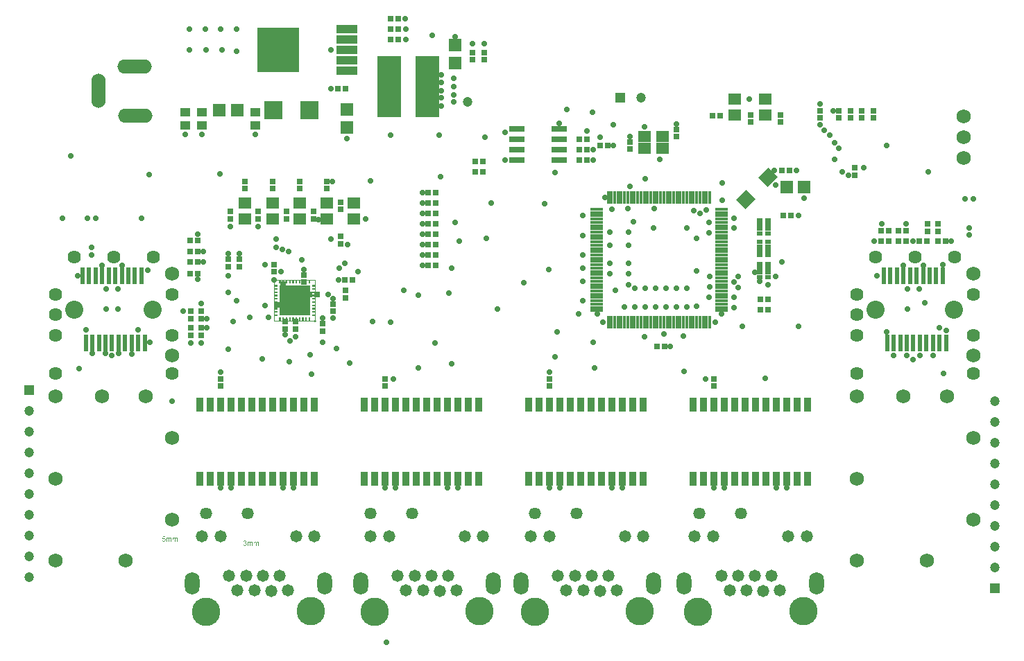
<source format=gts>
G04*
G04 #@! TF.GenerationSoftware,Altium Limited,Altium Designer,20.0.2 (26)*
G04*
G04 Layer_Color=8388736*
%FSLAX25Y25*%
%MOIN*%
G70*
G01*
G75*
%ADD20C,0.00200*%
%ADD41R,0.06300X0.06300*%
%ADD42R,0.06300X0.06300*%
%ADD43R,0.04800X0.04300*%
G04:AMPARAMS|DCode=44|XSize=86.74mil|YSize=86.74mil|CornerRadius=0mil|HoleSize=0mil|Usage=FLASHONLY|Rotation=0.000|XOffset=0mil|YOffset=0mil|HoleType=Round|Shape=RoundedRectangle|*
%AMROUNDEDRECTD44*
21,1,0.08674,0.08674,0,0,0.0*
21,1,0.08674,0.08674,0,0,0.0*
1,1,0.00000,0.04337,-0.04337*
1,1,0.00000,-0.04337,-0.04337*
1,1,0.00000,-0.04337,0.04337*
1,1,0.00000,0.04337,0.04337*
%
%ADD44ROUNDEDRECTD44*%
%ADD45R,0.02370X0.08274*%
%ADD46R,0.02769X0.03162*%
%ADD47R,0.03162X0.02769*%
%ADD48R,0.05900X0.05500*%
G04:AMPARAMS|DCode=49|XSize=67.06mil|YSize=63.12mil|CornerRadius=0mil|HoleSize=0mil|Usage=FLASHONLY|Rotation=225.000|XOffset=0mil|YOffset=0mil|HoleType=Round|Shape=Rectangle|*
%AMROTATEDRECTD49*
4,1,4,0.00139,0.04602,0.04602,0.00139,-0.00139,-0.04602,-0.04602,-0.00139,0.00139,0.04602,0.0*
%
%ADD49ROTATEDRECTD49*%

%ADD50R,0.02965X0.02400*%
%ADD51R,0.02965X0.02000*%
%ADD52R,0.03792X0.06942*%
%ADD53R,0.07500X0.02800*%
%ADD54R,0.01187X0.06148*%
%ADD55R,0.06148X0.01187*%
%ADD56R,0.06312X0.05524*%
%ADD57C,0.04737*%
%ADD58R,0.11233X0.29540*%
%ADD59R,0.10249X0.03950*%
%ADD60R,0.20485X0.21666*%
%ADD61R,0.04737X0.04737*%
%ADD62C,0.06800*%
%ADD63C,0.06890*%
%ADD64C,0.06394*%
%ADD65O,0.16548X0.06706*%
%ADD66O,0.06706X0.16548*%
%ADD67C,0.13674*%
%ADD68O,0.07099X0.10800*%
%ADD69C,0.05800*%
%ADD70C,0.05737*%
%ADD71R,0.04737X0.04737*%
%ADD72C,0.02769*%
%ADD73C,0.08674*%
G36*
X140480Y180268D02*
X139693D01*
Y181843D01*
X140480D01*
Y180268D01*
D02*
G37*
G36*
X138906D02*
X138118D01*
Y181843D01*
X138906D01*
Y180268D01*
D02*
G37*
G36*
X137331D02*
X136543D01*
Y181843D01*
X137331D01*
Y180268D01*
D02*
G37*
G36*
X135756D02*
X134968D01*
Y181843D01*
X135756D01*
Y180268D01*
D02*
G37*
G36*
X134181D02*
X133394D01*
Y181843D01*
X134181D01*
Y180268D01*
D02*
G37*
G36*
X132606D02*
X131819D01*
Y181843D01*
X132606D01*
Y180268D01*
D02*
G37*
G36*
X131032D02*
X130244D01*
Y181843D01*
X131032D01*
Y180268D01*
D02*
G37*
G36*
X129457D02*
X128669D01*
Y181843D01*
X129457D01*
Y180268D01*
D02*
G37*
G36*
X127882D02*
X127094D01*
Y181843D01*
X127882D01*
Y180268D01*
D02*
G37*
G36*
X126307D02*
X125520D01*
Y181843D01*
X126307D01*
Y180268D01*
D02*
G37*
G36*
X142842Y178693D02*
X141268D01*
Y179480D01*
X142842D01*
Y178693D01*
D02*
G37*
G36*
X124732D02*
X123158D01*
Y179480D01*
X124732D01*
Y178693D01*
D02*
G37*
G36*
X142842Y177118D02*
X141268D01*
Y177905D01*
X142842D01*
Y177118D01*
D02*
G37*
G36*
X124732D02*
X123158D01*
Y177905D01*
X124732D01*
Y177118D01*
D02*
G37*
G36*
X142842Y175543D02*
X141268D01*
Y176331D01*
X142842D01*
Y175543D01*
D02*
G37*
G36*
X124732D02*
X123158D01*
Y176331D01*
X124732D01*
Y175543D01*
D02*
G37*
G36*
X142842Y173969D02*
X141268D01*
Y174756D01*
X142842D01*
Y173969D01*
D02*
G37*
G36*
X124732D02*
X123158D01*
Y174756D01*
X124732D01*
Y173969D01*
D02*
G37*
G36*
X142842Y172394D02*
X141268D01*
Y173181D01*
X142842D01*
Y172394D01*
D02*
G37*
G36*
X124732D02*
X123158D01*
Y173181D01*
X124732D01*
Y172394D01*
D02*
G37*
G36*
X142842Y170819D02*
X141268D01*
Y171606D01*
X142842D01*
Y170819D01*
D02*
G37*
G36*
X124732D02*
X123158D01*
Y171606D01*
X124732D01*
Y170819D01*
D02*
G37*
G36*
X142842Y169244D02*
X141268D01*
Y170031D01*
X142842D01*
Y169244D01*
D02*
G37*
G36*
X124732D02*
X123158D01*
Y170031D01*
X124732D01*
Y169244D01*
D02*
G37*
G36*
X142842Y167669D02*
X141268D01*
Y168457D01*
X142842D01*
Y167669D01*
D02*
G37*
G36*
X124732D02*
X123158D01*
Y168457D01*
X124732D01*
Y167669D01*
D02*
G37*
G36*
X142842Y166095D02*
X141268D01*
Y166882D01*
X142842D01*
Y166095D01*
D02*
G37*
G36*
X124732D02*
X123158D01*
Y166882D01*
X124732D01*
Y166095D01*
D02*
G37*
G36*
X140284Y164716D02*
X125716D01*
Y179283D01*
X140284D01*
Y164716D01*
D02*
G37*
G36*
X142842Y164520D02*
X141268D01*
Y165307D01*
X142842D01*
Y164520D01*
D02*
G37*
G36*
X124732D02*
X123158D01*
Y165307D01*
X124732D01*
Y164520D01*
D02*
G37*
G36*
X140480Y162157D02*
X139693D01*
Y163732D01*
X140480D01*
Y162157D01*
D02*
G37*
G36*
X138906D02*
X138118D01*
Y163732D01*
X138906D01*
Y162157D01*
D02*
G37*
G36*
X137331D02*
X136543D01*
Y163732D01*
X137331D01*
Y162157D01*
D02*
G37*
G36*
X135756D02*
X134968D01*
Y163732D01*
X135756D01*
Y162157D01*
D02*
G37*
G36*
X134181D02*
X133394D01*
Y163732D01*
X134181D01*
Y162157D01*
D02*
G37*
G36*
X132606D02*
X131819D01*
Y163732D01*
X132606D01*
Y162157D01*
D02*
G37*
G36*
X131032D02*
X130244D01*
Y163732D01*
X131032D01*
Y162157D01*
D02*
G37*
G36*
X129457D02*
X128669D01*
Y163732D01*
X129457D01*
Y162157D01*
D02*
G37*
G36*
X127882D02*
X127094D01*
Y163732D01*
X127882D01*
Y162157D01*
D02*
G37*
G36*
X126307D02*
X125520D01*
Y163732D01*
X126307D01*
Y162157D01*
D02*
G37*
G36*
X143314Y162353D02*
X143314Y161961D01*
X143176Y161823D01*
X143038Y161685D01*
X142646Y161685D01*
X142370Y161961D01*
X142369Y162353D01*
X142508Y162491D01*
X142646Y162629D01*
X143037Y162629D01*
X143314Y162353D01*
D02*
G37*
G36*
X76221Y57864D02*
X76247D01*
X76272Y57860D01*
X76334Y57849D01*
X76400Y57831D01*
X76469Y57802D01*
X76538Y57765D01*
X76596Y57714D01*
X76604Y57707D01*
X76618Y57685D01*
X76644Y57653D01*
X76655Y57627D01*
X76669Y57602D01*
X76684Y57569D01*
X76695Y57536D01*
X76709Y57500D01*
X76720Y57456D01*
X76727Y57412D01*
X76735Y57361D01*
X76742Y57310D01*
Y57252D01*
Y56000D01*
X76433D01*
Y57147D01*
Y57150D01*
Y57154D01*
Y57176D01*
Y57209D01*
X76429Y57249D01*
X76425Y57292D01*
X76422Y57336D01*
X76414Y57380D01*
X76403Y57412D01*
Y57416D01*
X76396Y57427D01*
X76389Y57441D01*
X76378Y57460D01*
X76363Y57481D01*
X76345Y57503D01*
X76323Y57525D01*
X76294Y57547D01*
X76291Y57551D01*
X76280Y57554D01*
X76265Y57562D01*
X76240Y57573D01*
X76214Y57583D01*
X76181Y57591D01*
X76149Y57594D01*
X76109Y57598D01*
X76090D01*
X76076Y57594D01*
X76039Y57591D01*
X75996Y57583D01*
X75945Y57565D01*
X75890Y57543D01*
X75836Y57511D01*
X75785Y57467D01*
X75781Y57460D01*
X75766Y57441D01*
X75745Y57412D01*
X75723Y57369D01*
X75697Y57310D01*
X75679Y57241D01*
X75665Y57157D01*
X75657Y57059D01*
Y56000D01*
X75348D01*
Y57183D01*
Y57187D01*
Y57194D01*
Y57201D01*
Y57216D01*
X75344Y57256D01*
X75337Y57300D01*
X75330Y57350D01*
X75315Y57401D01*
X75297Y57449D01*
X75271Y57492D01*
X75268Y57496D01*
X75257Y57511D01*
X75239Y57525D01*
X75213Y57547D01*
X75180Y57565D01*
X75137Y57583D01*
X75086Y57594D01*
X75024Y57598D01*
X75002D01*
X74976Y57594D01*
X74947Y57591D01*
X74911Y57580D01*
X74867Y57569D01*
X74827Y57551D01*
X74784Y57529D01*
X74780Y57525D01*
X74765Y57514D01*
X74747Y57500D01*
X74722Y57478D01*
X74696Y57449D01*
X74671Y57412D01*
X74645Y57372D01*
X74623Y57325D01*
X74620Y57318D01*
X74616Y57300D01*
X74609Y57270D01*
X74598Y57230D01*
X74587Y57176D01*
X74580Y57110D01*
X74576Y57034D01*
X74572Y56946D01*
Y56000D01*
X74263D01*
Y57827D01*
X74540D01*
Y57565D01*
X74543Y57573D01*
X74554Y57587D01*
X74576Y57613D01*
X74602Y57642D01*
X74634Y57678D01*
X74674Y57714D01*
X74718Y57751D01*
X74769Y57784D01*
X74776Y57787D01*
X74795Y57798D01*
X74824Y57809D01*
X74864Y57827D01*
X74911Y57842D01*
X74966Y57853D01*
X75028Y57864D01*
X75093Y57867D01*
X75126D01*
X75166Y57864D01*
X75209Y57856D01*
X75264Y57845D01*
X75319Y57831D01*
X75373Y57809D01*
X75424Y57780D01*
X75432Y57776D01*
X75446Y57765D01*
X75468Y57747D01*
X75497Y57718D01*
X75526Y57685D01*
X75559Y57645D01*
X75588Y57598D01*
X75610Y57543D01*
X75613Y57547D01*
X75621Y57558D01*
X75632Y57573D01*
X75650Y57594D01*
X75672Y57620D01*
X75697Y57645D01*
X75726Y57674D01*
X75763Y57707D01*
X75803Y57736D01*
X75843Y57765D01*
X75890Y57791D01*
X75941Y57816D01*
X75996Y57838D01*
X76054Y57853D01*
X76112Y57864D01*
X76178Y57867D01*
X76203D01*
X76221Y57864D01*
D02*
G37*
G36*
X73288D02*
X73313D01*
X73339Y57860D01*
X73400Y57849D01*
X73466Y57831D01*
X73535Y57802D01*
X73604Y57765D01*
X73663Y57714D01*
X73670Y57707D01*
X73684Y57685D01*
X73710Y57653D01*
X73721Y57627D01*
X73735Y57602D01*
X73750Y57569D01*
X73761Y57536D01*
X73775Y57500D01*
X73786Y57456D01*
X73794Y57412D01*
X73801Y57361D01*
X73808Y57310D01*
Y57252D01*
Y56000D01*
X73499D01*
Y57147D01*
Y57150D01*
Y57154D01*
Y57176D01*
Y57209D01*
X73495Y57249D01*
X73491Y57292D01*
X73488Y57336D01*
X73480Y57380D01*
X73470Y57412D01*
Y57416D01*
X73462Y57427D01*
X73455Y57441D01*
X73444Y57460D01*
X73430Y57481D01*
X73411Y57503D01*
X73390Y57525D01*
X73360Y57547D01*
X73357Y57551D01*
X73346Y57554D01*
X73331Y57562D01*
X73306Y57573D01*
X73280Y57583D01*
X73247Y57591D01*
X73215Y57594D01*
X73175Y57598D01*
X73156D01*
X73142Y57594D01*
X73106Y57591D01*
X73062Y57583D01*
X73011Y57565D01*
X72956Y57543D01*
X72902Y57511D01*
X72851Y57467D01*
X72847Y57460D01*
X72833Y57441D01*
X72811Y57412D01*
X72789Y57369D01*
X72763Y57310D01*
X72745Y57241D01*
X72731Y57157D01*
X72723Y57059D01*
Y56000D01*
X72414D01*
Y57183D01*
Y57187D01*
Y57194D01*
Y57201D01*
Y57216D01*
X72410Y57256D01*
X72403Y57300D01*
X72396Y57350D01*
X72381Y57401D01*
X72363Y57449D01*
X72338Y57492D01*
X72334Y57496D01*
X72323Y57511D01*
X72305Y57525D01*
X72279Y57547D01*
X72246Y57565D01*
X72203Y57583D01*
X72152Y57594D01*
X72090Y57598D01*
X72068D01*
X72043Y57594D01*
X72014Y57591D01*
X71977Y57580D01*
X71934Y57569D01*
X71893Y57551D01*
X71850Y57529D01*
X71846Y57525D01*
X71832Y57514D01*
X71813Y57500D01*
X71788Y57478D01*
X71762Y57449D01*
X71737Y57412D01*
X71711Y57372D01*
X71690Y57325D01*
X71686Y57318D01*
X71682Y57300D01*
X71675Y57270D01*
X71664Y57230D01*
X71653Y57176D01*
X71646Y57110D01*
X71642Y57034D01*
X71639Y56946D01*
Y56000D01*
X71329D01*
Y57827D01*
X71606D01*
Y57565D01*
X71609Y57573D01*
X71620Y57587D01*
X71642Y57613D01*
X71668Y57642D01*
X71701Y57678D01*
X71741Y57714D01*
X71784Y57751D01*
X71835Y57784D01*
X71842Y57787D01*
X71861Y57798D01*
X71890Y57809D01*
X71930Y57827D01*
X71977Y57842D01*
X72032Y57853D01*
X72094Y57864D01*
X72159Y57867D01*
X72192D01*
X72232Y57864D01*
X72276Y57856D01*
X72330Y57845D01*
X72385Y57831D01*
X72439Y57809D01*
X72490Y57780D01*
X72498Y57776D01*
X72512Y57765D01*
X72534Y57747D01*
X72563Y57718D01*
X72592Y57685D01*
X72625Y57645D01*
X72654Y57598D01*
X72676Y57543D01*
X72680Y57547D01*
X72687Y57558D01*
X72698Y57573D01*
X72716Y57594D01*
X72738Y57620D01*
X72763Y57645D01*
X72793Y57674D01*
X72829Y57707D01*
X72869Y57736D01*
X72909Y57765D01*
X72956Y57791D01*
X73007Y57816D01*
X73062Y57838D01*
X73120Y57853D01*
X73178Y57864D01*
X73244Y57867D01*
X73269D01*
X73288Y57864D01*
D02*
G37*
G36*
X70838Y58191D02*
X69830D01*
X69695Y57511D01*
X69699Y57514D01*
X69706Y57518D01*
X69717Y57525D01*
X69735Y57536D01*
X69757Y57547D01*
X69782Y57562D01*
X69841Y57591D01*
X69913Y57620D01*
X69993Y57645D01*
X70081Y57664D01*
X70124Y57671D01*
X70205D01*
X70226Y57667D01*
X70255Y57664D01*
X70288Y57660D01*
X70325Y57653D01*
X70365Y57642D01*
X70452Y57616D01*
X70499Y57598D01*
X70547Y57573D01*
X70594Y57547D01*
X70641Y57518D01*
X70685Y57481D01*
X70729Y57441D01*
X70732Y57438D01*
X70740Y57430D01*
X70750Y57420D01*
X70765Y57401D01*
X70783Y57376D01*
X70801Y57350D01*
X70823Y57318D01*
X70845Y57281D01*
X70863Y57241D01*
X70885Y57198D01*
X70903Y57147D01*
X70922Y57096D01*
X70936Y57041D01*
X70947Y56979D01*
X70954Y56917D01*
X70958Y56852D01*
Y56848D01*
Y56837D01*
Y56819D01*
X70954Y56793D01*
X70951Y56764D01*
X70947Y56732D01*
X70940Y56692D01*
X70933Y56652D01*
X70911Y56557D01*
X70874Y56459D01*
X70852Y56408D01*
X70823Y56360D01*
X70794Y56309D01*
X70758Y56262D01*
X70754Y56258D01*
X70747Y56248D01*
X70732Y56233D01*
X70714Y56215D01*
X70689Y56193D01*
X70660Y56164D01*
X70623Y56138D01*
X70583Y56109D01*
X70539Y56080D01*
X70488Y56055D01*
X70434Y56029D01*
X70376Y56004D01*
X70314Y55985D01*
X70244Y55971D01*
X70172Y55960D01*
X70095Y55956D01*
X70063D01*
X70037Y55960D01*
X70008Y55964D01*
X69975Y55967D01*
X69935Y55971D01*
X69895Y55982D01*
X69804Y56004D01*
X69713Y56036D01*
X69666Y56058D01*
X69618Y56084D01*
X69575Y56113D01*
X69531Y56146D01*
X69527Y56149D01*
X69520Y56153D01*
X69513Y56167D01*
X69498Y56182D01*
X69480Y56200D01*
X69462Y56222D01*
X69440Y56251D01*
X69422Y56284D01*
X69400Y56317D01*
X69378Y56357D01*
X69338Y56444D01*
X69305Y56546D01*
X69295Y56601D01*
X69287Y56659D01*
X69611Y56684D01*
Y56681D01*
Y56673D01*
X69615Y56662D01*
X69618Y56644D01*
X69629Y56604D01*
X69644Y56550D01*
X69666Y56495D01*
X69695Y56433D01*
X69731Y56379D01*
X69775Y56328D01*
X69782Y56324D01*
X69797Y56309D01*
X69826Y56291D01*
X69866Y56269D01*
X69910Y56248D01*
X69964Y56229D01*
X70026Y56215D01*
X70095Y56211D01*
X70117D01*
X70132Y56215D01*
X70175Y56218D01*
X70226Y56233D01*
X70288Y56251D01*
X70350Y56280D01*
X70416Y56324D01*
X70445Y56349D01*
X70474Y56379D01*
X70477Y56382D01*
X70481Y56386D01*
X70488Y56397D01*
X70499Y56408D01*
X70525Y56448D01*
X70554Y56499D01*
X70579Y56561D01*
X70605Y56637D01*
X70623Y56728D01*
X70630Y56775D01*
Y56826D01*
Y56830D01*
Y56837D01*
Y56852D01*
X70627Y56870D01*
Y56892D01*
X70623Y56917D01*
X70612Y56976D01*
X70594Y57045D01*
X70569Y57114D01*
X70532Y57179D01*
X70481Y57241D01*
Y57245D01*
X70474Y57249D01*
X70456Y57267D01*
X70423Y57292D01*
X70379Y57321D01*
X70321Y57347D01*
X70255Y57372D01*
X70179Y57390D01*
X70135Y57398D01*
X70066D01*
X70037Y57394D01*
X70001Y57390D01*
X69957Y57380D01*
X69913Y57369D01*
X69866Y57350D01*
X69819Y57329D01*
X69815Y57325D01*
X69800Y57318D01*
X69779Y57300D01*
X69749Y57281D01*
X69720Y57256D01*
X69691Y57223D01*
X69658Y57190D01*
X69633Y57150D01*
X69342Y57190D01*
X69586Y58486D01*
X70838D01*
Y58191D01*
D02*
G37*
G36*
X115218Y55864D02*
X115243D01*
X115269Y55860D01*
X115331Y55849D01*
X115396Y55831D01*
X115465Y55802D01*
X115534Y55765D01*
X115593Y55714D01*
X115600Y55707D01*
X115614Y55685D01*
X115640Y55653D01*
X115651Y55627D01*
X115665Y55602D01*
X115680Y55569D01*
X115691Y55536D01*
X115706Y55500D01*
X115716Y55456D01*
X115724Y55412D01*
X115731Y55361D01*
X115738Y55310D01*
Y55252D01*
Y54000D01*
X115429D01*
Y55147D01*
Y55150D01*
Y55154D01*
Y55176D01*
Y55208D01*
X115425Y55248D01*
X115422Y55292D01*
X115418Y55336D01*
X115411Y55380D01*
X115400Y55412D01*
Y55416D01*
X115392Y55427D01*
X115385Y55441D01*
X115374Y55460D01*
X115360Y55481D01*
X115341Y55503D01*
X115320Y55525D01*
X115291Y55547D01*
X115287Y55551D01*
X115276Y55554D01*
X115261Y55562D01*
X115236Y55572D01*
X115210Y55583D01*
X115178Y55591D01*
X115145Y55594D01*
X115105Y55598D01*
X115087D01*
X115072Y55594D01*
X115036Y55591D01*
X114992Y55583D01*
X114941Y55565D01*
X114886Y55543D01*
X114832Y55511D01*
X114781Y55467D01*
X114777Y55460D01*
X114763Y55441D01*
X114741Y55412D01*
X114719Y55369D01*
X114694Y55310D01*
X114675Y55241D01*
X114661Y55158D01*
X114654Y55059D01*
Y54000D01*
X114344D01*
Y55183D01*
Y55187D01*
Y55194D01*
Y55201D01*
Y55216D01*
X114340Y55256D01*
X114333Y55300D01*
X114326Y55350D01*
X114311Y55401D01*
X114293Y55449D01*
X114268Y55492D01*
X114264Y55496D01*
X114253Y55511D01*
X114235Y55525D01*
X114209Y55547D01*
X114177Y55565D01*
X114133Y55583D01*
X114082Y55594D01*
X114020Y55598D01*
X113998D01*
X113973Y55594D01*
X113944Y55591D01*
X113907Y55580D01*
X113864Y55569D01*
X113824Y55551D01*
X113780Y55529D01*
X113776Y55525D01*
X113762Y55514D01*
X113744Y55500D01*
X113718Y55478D01*
X113693Y55449D01*
X113667Y55412D01*
X113642Y55372D01*
X113620Y55325D01*
X113616Y55318D01*
X113612Y55300D01*
X113605Y55270D01*
X113594Y55230D01*
X113583Y55176D01*
X113576Y55110D01*
X113573Y55034D01*
X113569Y54946D01*
Y54000D01*
X113259D01*
Y55827D01*
X113536D01*
Y55565D01*
X113540Y55572D01*
X113551Y55587D01*
X113573Y55612D01*
X113598Y55642D01*
X113631Y55678D01*
X113671Y55714D01*
X113714Y55751D01*
X113765Y55784D01*
X113773Y55787D01*
X113791Y55798D01*
X113820Y55809D01*
X113860Y55827D01*
X113907Y55842D01*
X113962Y55853D01*
X114024Y55864D01*
X114089Y55867D01*
X114122D01*
X114162Y55864D01*
X114206Y55856D01*
X114260Y55845D01*
X114315Y55831D01*
X114370Y55809D01*
X114421Y55780D01*
X114428Y55776D01*
X114442Y55765D01*
X114464Y55747D01*
X114493Y55718D01*
X114523Y55685D01*
X114555Y55645D01*
X114584Y55598D01*
X114606Y55543D01*
X114610Y55547D01*
X114617Y55558D01*
X114628Y55572D01*
X114646Y55594D01*
X114668Y55620D01*
X114694Y55645D01*
X114723Y55674D01*
X114759Y55707D01*
X114799Y55736D01*
X114839Y55765D01*
X114886Y55791D01*
X114937Y55816D01*
X114992Y55838D01*
X115050Y55853D01*
X115109Y55864D01*
X115174Y55867D01*
X115200D01*
X115218Y55864D01*
D02*
G37*
G36*
X112284D02*
X112309D01*
X112335Y55860D01*
X112397Y55849D01*
X112462Y55831D01*
X112531Y55802D01*
X112601Y55765D01*
X112659Y55714D01*
X112666Y55707D01*
X112681Y55685D01*
X112706Y55653D01*
X112717Y55627D01*
X112732Y55602D01*
X112746Y55569D01*
X112757Y55536D01*
X112772Y55500D01*
X112783Y55456D01*
X112790Y55412D01*
X112797Y55361D01*
X112804Y55310D01*
Y55252D01*
Y54000D01*
X112495D01*
Y55147D01*
Y55150D01*
Y55154D01*
Y55176D01*
Y55208D01*
X112491Y55248D01*
X112488Y55292D01*
X112484Y55336D01*
X112477Y55380D01*
X112466Y55412D01*
Y55416D01*
X112459Y55427D01*
X112451Y55441D01*
X112440Y55460D01*
X112426Y55481D01*
X112408Y55503D01*
X112386Y55525D01*
X112357Y55547D01*
X112353Y55551D01*
X112342Y55554D01*
X112328Y55562D01*
X112302Y55572D01*
X112277Y55583D01*
X112244Y55591D01*
X112211Y55594D01*
X112171Y55598D01*
X112153D01*
X112138Y55594D01*
X112102Y55591D01*
X112058Y55583D01*
X112007Y55565D01*
X111953Y55543D01*
X111898Y55511D01*
X111847Y55467D01*
X111844Y55460D01*
X111829Y55441D01*
X111807Y55412D01*
X111785Y55369D01*
X111760Y55310D01*
X111742Y55241D01*
X111727Y55158D01*
X111720Y55059D01*
Y54000D01*
X111410D01*
Y55183D01*
Y55187D01*
Y55194D01*
Y55201D01*
Y55216D01*
X111407Y55256D01*
X111399Y55300D01*
X111392Y55350D01*
X111378Y55401D01*
X111359Y55449D01*
X111334Y55492D01*
X111330Y55496D01*
X111319Y55511D01*
X111301Y55525D01*
X111276Y55547D01*
X111243Y55565D01*
X111199Y55583D01*
X111148Y55594D01*
X111086Y55598D01*
X111065D01*
X111039Y55594D01*
X111010Y55591D01*
X110974Y55580D01*
X110930Y55569D01*
X110890Y55551D01*
X110846Y55529D01*
X110843Y55525D01*
X110828Y55514D01*
X110810Y55500D01*
X110784Y55478D01*
X110759Y55449D01*
X110733Y55412D01*
X110708Y55372D01*
X110686Y55325D01*
X110682Y55318D01*
X110679Y55300D01*
X110671Y55270D01*
X110661Y55230D01*
X110650Y55176D01*
X110642Y55110D01*
X110639Y55034D01*
X110635Y54946D01*
Y54000D01*
X110326D01*
Y55827D01*
X110602D01*
Y55565D01*
X110606Y55572D01*
X110617Y55587D01*
X110639Y55612D01*
X110664Y55642D01*
X110697Y55678D01*
X110737Y55714D01*
X110781Y55751D01*
X110832Y55784D01*
X110839Y55787D01*
X110857Y55798D01*
X110886Y55809D01*
X110926Y55827D01*
X110974Y55842D01*
X111028Y55853D01*
X111090Y55864D01*
X111155Y55867D01*
X111188D01*
X111228Y55864D01*
X111272Y55856D01*
X111327Y55845D01*
X111381Y55831D01*
X111436Y55809D01*
X111487Y55780D01*
X111494Y55776D01*
X111509Y55765D01*
X111530Y55747D01*
X111560Y55718D01*
X111589Y55685D01*
X111621Y55645D01*
X111651Y55598D01*
X111672Y55543D01*
X111676Y55547D01*
X111683Y55558D01*
X111694Y55572D01*
X111712Y55594D01*
X111734Y55620D01*
X111760Y55645D01*
X111789Y55674D01*
X111825Y55707D01*
X111865Y55736D01*
X111905Y55765D01*
X111953Y55791D01*
X112004Y55816D01*
X112058Y55838D01*
X112117Y55853D01*
X112175Y55864D01*
X112240Y55867D01*
X112266D01*
X112284Y55864D01*
D02*
G37*
G36*
X109150Y56526D02*
X109197Y56519D01*
X109255Y56508D01*
X109321Y56490D01*
X109387Y56468D01*
X109452Y56439D01*
X109456D01*
X109459Y56435D01*
X109481Y56424D01*
X109514Y56402D01*
X109550Y56377D01*
X109594Y56340D01*
X109638Y56300D01*
X109681Y56253D01*
X109718Y56199D01*
X109721Y56191D01*
X109732Y56173D01*
X109747Y56140D01*
X109765Y56100D01*
X109783Y56053D01*
X109798Y55998D01*
X109809Y55936D01*
X109812Y55875D01*
Y55867D01*
Y55845D01*
X109809Y55816D01*
X109801Y55776D01*
X109791Y55729D01*
X109772Y55678D01*
X109750Y55627D01*
X109721Y55576D01*
X109718Y55569D01*
X109707Y55554D01*
X109685Y55529D01*
X109656Y55500D01*
X109619Y55467D01*
X109576Y55431D01*
X109525Y55398D01*
X109463Y55365D01*
X109467D01*
X109474Y55361D01*
X109485Y55358D01*
X109499Y55354D01*
X109539Y55339D01*
X109590Y55318D01*
X109649Y55289D01*
X109707Y55252D01*
X109761Y55205D01*
X109812Y55150D01*
X109816Y55143D01*
X109831Y55121D01*
X109852Y55085D01*
X109874Y55037D01*
X109896Y54979D01*
X109918Y54910D01*
X109932Y54830D01*
X109936Y54743D01*
Y54739D01*
Y54728D01*
Y54710D01*
X109932Y54688D01*
X109929Y54659D01*
X109922Y54626D01*
X109914Y54590D01*
X109907Y54550D01*
X109878Y54462D01*
X109856Y54415D01*
X109834Y54371D01*
X109805Y54324D01*
X109772Y54277D01*
X109736Y54229D01*
X109692Y54186D01*
X109689Y54182D01*
X109681Y54175D01*
X109667Y54164D01*
X109649Y54149D01*
X109627Y54131D01*
X109598Y54113D01*
X109565Y54091D01*
X109525Y54073D01*
X109485Y54051D01*
X109437Y54029D01*
X109390Y54011D01*
X109335Y53993D01*
X109277Y53978D01*
X109215Y53967D01*
X109153Y53960D01*
X109084Y53956D01*
X109052D01*
X109030Y53960D01*
X109001Y53964D01*
X108968Y53967D01*
X108932Y53974D01*
X108891Y53982D01*
X108804Y54004D01*
X108713Y54040D01*
X108666Y54062D01*
X108622Y54087D01*
X108578Y54120D01*
X108535Y54153D01*
X108531Y54157D01*
X108524Y54164D01*
X108513Y54175D01*
X108502Y54189D01*
X108484Y54207D01*
X108466Y54233D01*
X108444Y54258D01*
X108422Y54291D01*
X108400Y54328D01*
X108378Y54364D01*
X108338Y54451D01*
X108305Y54553D01*
X108294Y54608D01*
X108287Y54666D01*
X108597Y54706D01*
Y54703D01*
X108600Y54695D01*
X108604Y54681D01*
X108607Y54663D01*
X108611Y54641D01*
X108618Y54615D01*
X108637Y54561D01*
X108662Y54495D01*
X108695Y54433D01*
X108731Y54375D01*
X108775Y54324D01*
X108782Y54320D01*
X108797Y54306D01*
X108826Y54288D01*
X108862Y54269D01*
X108906Y54247D01*
X108961Y54229D01*
X109022Y54215D01*
X109088Y54211D01*
X109110D01*
X109124Y54215D01*
X109164Y54218D01*
X109215Y54229D01*
X109274Y54247D01*
X109335Y54273D01*
X109397Y54309D01*
X109456Y54360D01*
X109463Y54368D01*
X109481Y54390D01*
X109503Y54422D01*
X109532Y54466D01*
X109561Y54520D01*
X109583Y54582D01*
X109601Y54655D01*
X109608Y54735D01*
Y54739D01*
Y54746D01*
Y54757D01*
X109605Y54772D01*
X109601Y54812D01*
X109590Y54859D01*
X109576Y54917D01*
X109550Y54975D01*
X109514Y55034D01*
X109467Y55088D01*
X109459Y55096D01*
X109441Y55110D01*
X109412Y55132D01*
X109372Y55158D01*
X109321Y55183D01*
X109259Y55205D01*
X109190Y55219D01*
X109114Y55227D01*
X109081D01*
X109055Y55223D01*
X109022Y55219D01*
X108986Y55212D01*
X108942Y55205D01*
X108895Y55194D01*
X108932Y55467D01*
X108950D01*
X108964Y55463D01*
X109012D01*
X109052Y55471D01*
X109099Y55478D01*
X109153Y55489D01*
X109215Y55507D01*
X109274Y55532D01*
X109335Y55565D01*
X109339D01*
X109343Y55569D01*
X109361Y55583D01*
X109387Y55609D01*
X109416Y55642D01*
X109445Y55689D01*
X109470Y55744D01*
X109488Y55805D01*
X109496Y55842D01*
Y55882D01*
Y55885D01*
Y55889D01*
Y55911D01*
X109488Y55940D01*
X109481Y55980D01*
X109467Y56024D01*
X109448Y56071D01*
X109419Y56119D01*
X109379Y56162D01*
X109376Y56166D01*
X109357Y56180D01*
X109332Y56199D01*
X109299Y56220D01*
X109255Y56239D01*
X109204Y56257D01*
X109146Y56271D01*
X109081Y56275D01*
X109052D01*
X109019Y56268D01*
X108975Y56260D01*
X108928Y56246D01*
X108880Y56228D01*
X108830Y56199D01*
X108782Y56162D01*
X108779Y56159D01*
X108764Y56140D01*
X108742Y56115D01*
X108717Y56078D01*
X108691Y56031D01*
X108666Y55973D01*
X108644Y55904D01*
X108629Y55824D01*
X108320Y55878D01*
Y55882D01*
X108324Y55893D01*
X108327Y55907D01*
X108331Y55929D01*
X108338Y55955D01*
X108349Y55984D01*
X108371Y56053D01*
X108407Y56133D01*
X108451Y56213D01*
X108506Y56290D01*
X108575Y56359D01*
X108578Y56362D01*
X108586Y56366D01*
X108597Y56373D01*
X108611Y56384D01*
X108629Y56399D01*
X108655Y56413D01*
X108680Y56428D01*
X108713Y56446D01*
X108786Y56475D01*
X108870Y56504D01*
X108968Y56523D01*
X109019Y56530D01*
X109110D01*
X109150Y56526D01*
D02*
G37*
D20*
X142842Y162157D02*
Y181843D01*
X123158D02*
X142842D01*
X123158Y162157D02*
Y181843D01*
Y162157D02*
X142842D01*
D41*
X158000Y263750D02*
D03*
Y255250D02*
D03*
X210000Y286250D02*
D03*
Y294750D02*
D03*
D42*
X96750Y263500D02*
D03*
X105250D02*
D03*
X377750Y226500D02*
D03*
X369250D02*
D03*
D43*
X80500Y262650D02*
D03*
Y256350D02*
D03*
X114000Y262650D02*
D03*
Y256350D02*
D03*
X88500Y262650D02*
D03*
Y256350D02*
D03*
D44*
X140161Y263500D02*
D03*
X122839D02*
D03*
D45*
X416040Y183825D02*
D03*
X419190D02*
D03*
X422340D02*
D03*
X425490D02*
D03*
X428638D02*
D03*
X431787D02*
D03*
X434937D02*
D03*
X438087D02*
D03*
X441236D02*
D03*
X444386D02*
D03*
X445960Y151545D02*
D03*
X442810D02*
D03*
X439660D02*
D03*
X436510D02*
D03*
X433362D02*
D03*
X430213D02*
D03*
X427063D02*
D03*
X423913D02*
D03*
X420764D02*
D03*
X417614D02*
D03*
X32614D02*
D03*
X35764D02*
D03*
X38913D02*
D03*
X42063D02*
D03*
X45213D02*
D03*
X48362D02*
D03*
X51510D02*
D03*
X54660D02*
D03*
X57810D02*
D03*
X60960D02*
D03*
X59386Y183825D02*
D03*
X56236D02*
D03*
X53087D02*
D03*
X49937D02*
D03*
X46787D02*
D03*
X43638D02*
D03*
X40490D02*
D03*
X37340D02*
D03*
X34190D02*
D03*
X31040D02*
D03*
D46*
X157272Y274000D02*
D03*
X153728D02*
D03*
X124728Y170000D02*
D03*
X128272D02*
D03*
X143772Y175000D02*
D03*
X140228D02*
D03*
X179228Y297500D02*
D03*
X182772D02*
D03*
Y302500D02*
D03*
X179228D02*
D03*
X337272Y261000D02*
D03*
X333728D02*
D03*
X367228Y234500D02*
D03*
X370772D02*
D03*
X273272Y249500D02*
D03*
X269728D02*
D03*
X197228Y214000D02*
D03*
X200772D02*
D03*
X157228Y182000D02*
D03*
X160772D02*
D03*
X197228Y219000D02*
D03*
X200772D02*
D03*
X197228Y224000D02*
D03*
X200772D02*
D03*
X197228Y209000D02*
D03*
X200772D02*
D03*
X307228Y150000D02*
D03*
X310772D02*
D03*
X367728Y213000D02*
D03*
X371272D02*
D03*
X197228Y204000D02*
D03*
X200772D02*
D03*
X197228Y199000D02*
D03*
X200772D02*
D03*
X197228Y189000D02*
D03*
X200772D02*
D03*
X86272Y185000D02*
D03*
X82728D02*
D03*
Y190500D02*
D03*
X86272D02*
D03*
X82728Y195500D02*
D03*
X86272D02*
D03*
Y201000D02*
D03*
X82728D02*
D03*
X273272Y239500D02*
D03*
X269728D02*
D03*
X273272Y244500D02*
D03*
X269728D02*
D03*
X283272Y246500D02*
D03*
X279728D02*
D03*
X219728Y234000D02*
D03*
X223272D02*
D03*
X219728Y239000D02*
D03*
X223272D02*
D03*
X197228Y194000D02*
D03*
X200772D02*
D03*
X182772Y307500D02*
D03*
X179228D02*
D03*
X360272Y172500D02*
D03*
X356728D02*
D03*
X360272Y167500D02*
D03*
X356728D02*
D03*
X418272Y205500D02*
D03*
X414728D02*
D03*
Y200500D02*
D03*
X418272D02*
D03*
X426772D02*
D03*
X423228D02*
D03*
Y205500D02*
D03*
X426772D02*
D03*
X433228Y200500D02*
D03*
X436772D02*
D03*
X445772D02*
D03*
X442228D02*
D03*
D47*
X127500Y179772D02*
D03*
Y176228D02*
D03*
X224000Y287728D02*
D03*
Y291272D02*
D03*
X218500Y287728D02*
D03*
Y291272D02*
D03*
X352000Y261272D02*
D03*
Y257728D02*
D03*
X366500D02*
D03*
Y261272D02*
D03*
X385500Y259728D02*
D03*
Y263272D02*
D03*
X394500Y259728D02*
D03*
Y263272D02*
D03*
X400000Y259728D02*
D03*
Y263272D02*
D03*
X405500Y259728D02*
D03*
Y263272D02*
D03*
X411000Y259728D02*
D03*
Y263272D02*
D03*
X402000Y232228D02*
D03*
Y235772D02*
D03*
X97500Y130728D02*
D03*
Y134272D02*
D03*
X176500Y130728D02*
D03*
Y134272D02*
D03*
X255500Y130728D02*
D03*
Y134272D02*
D03*
X334500Y130728D02*
D03*
Y134272D02*
D03*
X102000Y214772D02*
D03*
Y211228D02*
D03*
X122500Y229272D02*
D03*
Y225728D02*
D03*
X129000Y214772D02*
D03*
Y211228D02*
D03*
X148500Y229272D02*
D03*
Y225728D02*
D03*
X151500Y170272D02*
D03*
Y166728D02*
D03*
X137500Y184272D02*
D03*
Y180728D02*
D03*
X128500Y158228D02*
D03*
Y161772D02*
D03*
X123000Y185728D02*
D03*
Y189272D02*
D03*
X155000Y215728D02*
D03*
Y219272D02*
D03*
X142000Y214772D02*
D03*
Y211228D02*
D03*
X135500Y229272D02*
D03*
Y225728D02*
D03*
X115500Y214772D02*
D03*
Y211228D02*
D03*
X109000Y229272D02*
D03*
Y225728D02*
D03*
X101000Y191772D02*
D03*
Y188228D02*
D03*
X106500Y191772D02*
D03*
Y188228D02*
D03*
X155000Y202772D02*
D03*
Y199228D02*
D03*
X88000Y158772D02*
D03*
Y155228D02*
D03*
X83000D02*
D03*
Y158772D02*
D03*
Y166772D02*
D03*
Y163228D02*
D03*
X88000D02*
D03*
Y166772D02*
D03*
X294000Y244728D02*
D03*
Y248272D02*
D03*
X316500Y250728D02*
D03*
Y254272D02*
D03*
X157500Y173228D02*
D03*
Y176772D02*
D03*
X146500Y160772D02*
D03*
Y157228D02*
D03*
X133500Y158228D02*
D03*
Y161772D02*
D03*
X437000Y205228D02*
D03*
Y208772D02*
D03*
X442000Y205228D02*
D03*
Y208772D02*
D03*
D48*
X344500Y261063D02*
D03*
Y268937D02*
D03*
X359000Y261063D02*
D03*
Y268937D02*
D03*
X109000Y211063D02*
D03*
Y218937D02*
D03*
X122500Y211063D02*
D03*
Y218937D02*
D03*
X135500Y211063D02*
D03*
Y218937D02*
D03*
X148500Y211063D02*
D03*
Y218937D02*
D03*
X161500Y211063D02*
D03*
Y218937D02*
D03*
D49*
X349685Y220685D02*
D03*
X360315Y231315D02*
D03*
D50*
X360567Y204350D02*
D03*
Y210650D02*
D03*
X356433D02*
D03*
Y204350D02*
D03*
X360567Y193850D02*
D03*
Y200150D02*
D03*
X356433D02*
D03*
Y193850D02*
D03*
X360567Y183350D02*
D03*
Y189650D02*
D03*
X356433D02*
D03*
Y183350D02*
D03*
D51*
X360567Y206516D02*
D03*
Y208484D02*
D03*
X356433D02*
D03*
Y206516D02*
D03*
X360567Y196016D02*
D03*
Y197984D02*
D03*
X356433D02*
D03*
Y196016D02*
D03*
X360567Y185516D02*
D03*
Y187484D02*
D03*
X356433D02*
D03*
Y185516D02*
D03*
D52*
X379500Y121815D02*
D03*
X374500D02*
D03*
X379500Y86185D02*
D03*
X369500Y121815D02*
D03*
X364500D02*
D03*
X349500D02*
D03*
X354500D02*
D03*
X359500D02*
D03*
X334500D02*
D03*
X339500D02*
D03*
X344500D02*
D03*
X324500D02*
D03*
X329500D02*
D03*
X374500Y86185D02*
D03*
X369500D02*
D03*
X364500D02*
D03*
X359500D02*
D03*
X354500D02*
D03*
X349500D02*
D03*
X344500D02*
D03*
X339500D02*
D03*
X334500D02*
D03*
X329500D02*
D03*
X324500D02*
D03*
X221500Y121815D02*
D03*
X216500D02*
D03*
X221500Y86185D02*
D03*
X211500Y121815D02*
D03*
X206500D02*
D03*
X191500D02*
D03*
X196500D02*
D03*
X201500D02*
D03*
X176500D02*
D03*
X181500D02*
D03*
X186500D02*
D03*
X166500D02*
D03*
X171500D02*
D03*
X216500Y86185D02*
D03*
X211500D02*
D03*
X206500D02*
D03*
X201500D02*
D03*
X196500D02*
D03*
X191500D02*
D03*
X186500D02*
D03*
X181500D02*
D03*
X176500D02*
D03*
X171500D02*
D03*
X166500D02*
D03*
X142500Y121815D02*
D03*
X137500D02*
D03*
X142500Y86185D02*
D03*
X132500Y121815D02*
D03*
X127500D02*
D03*
X112500D02*
D03*
X117500D02*
D03*
X122500D02*
D03*
X97500D02*
D03*
X102500D02*
D03*
X107500D02*
D03*
X87500D02*
D03*
X92500D02*
D03*
X137500Y86185D02*
D03*
X132500D02*
D03*
X127500D02*
D03*
X122500D02*
D03*
X117500D02*
D03*
X112500D02*
D03*
X107500D02*
D03*
X102500D02*
D03*
X97500D02*
D03*
X92500D02*
D03*
X87500D02*
D03*
X300500Y121815D02*
D03*
X295500D02*
D03*
X300500Y86185D02*
D03*
X290500Y121815D02*
D03*
X285500D02*
D03*
X270500D02*
D03*
X275500D02*
D03*
X280500D02*
D03*
X255500D02*
D03*
X260500D02*
D03*
X265500D02*
D03*
X245500D02*
D03*
X250500D02*
D03*
X295500Y86185D02*
D03*
X290500D02*
D03*
X285500D02*
D03*
X280500D02*
D03*
X275500D02*
D03*
X270500D02*
D03*
X265500D02*
D03*
X260500D02*
D03*
X255500D02*
D03*
X250500D02*
D03*
X245500D02*
D03*
D53*
X260236Y254500D02*
D03*
Y249500D02*
D03*
Y244500D02*
D03*
Y239500D02*
D03*
X239764D02*
D03*
Y244500D02*
D03*
Y249500D02*
D03*
Y254500D02*
D03*
D54*
X283591Y161461D02*
D03*
X285165Y161461D02*
D03*
X286740Y161461D02*
D03*
X288315Y161461D02*
D03*
X289890Y161461D02*
D03*
X291465Y161461D02*
D03*
X293039Y161461D02*
D03*
X294614Y161461D02*
D03*
X296189Y161461D02*
D03*
X297764D02*
D03*
X299339D02*
D03*
X300914D02*
D03*
X302488D02*
D03*
X304063D02*
D03*
X305638D02*
D03*
X307213D02*
D03*
X308787D02*
D03*
X310362D02*
D03*
X311937D02*
D03*
X313512D02*
D03*
X315087D02*
D03*
X316661D02*
D03*
X318236D02*
D03*
X319811D02*
D03*
X321386Y161461D02*
D03*
X322961Y161461D02*
D03*
X324535Y161461D02*
D03*
X326110Y161461D02*
D03*
X327685Y161461D02*
D03*
X329260Y161461D02*
D03*
X330835Y161461D02*
D03*
X332409Y161461D02*
D03*
Y221539D02*
D03*
X330835Y221539D02*
D03*
X329260Y221539D02*
D03*
X327685Y221539D02*
D03*
X326110Y221539D02*
D03*
X324535Y221539D02*
D03*
X322961Y221539D02*
D03*
X321386Y221539D02*
D03*
X319811Y221539D02*
D03*
X318236D02*
D03*
X316661D02*
D03*
X315087D02*
D03*
X313512D02*
D03*
X311937D02*
D03*
X310362D02*
D03*
X308787D02*
D03*
X307213D02*
D03*
X305638D02*
D03*
X304063D02*
D03*
X302488D02*
D03*
X300914D02*
D03*
X299339D02*
D03*
X297764D02*
D03*
X296189D02*
D03*
X294614Y221539D02*
D03*
X293039Y221539D02*
D03*
X291465Y221539D02*
D03*
X289890Y221539D02*
D03*
X288315Y221539D02*
D03*
X286740Y221539D02*
D03*
X285165Y221539D02*
D03*
X283591Y221539D02*
D03*
D55*
X338039Y167091D02*
D03*
X338039Y168665D02*
D03*
X338039Y170240D02*
D03*
X338039Y171815D02*
D03*
X338039Y173390D02*
D03*
X338039Y174965D02*
D03*
X338039Y176539D02*
D03*
X338039Y178114D02*
D03*
X338039Y179689D02*
D03*
Y181264D02*
D03*
Y182839D02*
D03*
Y184414D02*
D03*
Y185988D02*
D03*
Y187563D02*
D03*
Y189138D02*
D03*
Y190713D02*
D03*
Y192287D02*
D03*
Y193862D02*
D03*
Y195437D02*
D03*
Y197012D02*
D03*
Y198587D02*
D03*
Y200161D02*
D03*
Y201736D02*
D03*
Y203311D02*
D03*
X338039Y204886D02*
D03*
X338039Y206461D02*
D03*
X338039Y208035D02*
D03*
X338039Y209610D02*
D03*
X338039Y211185D02*
D03*
X338039Y212760D02*
D03*
X338039Y214335D02*
D03*
X338039Y215909D02*
D03*
X277961D02*
D03*
X277961Y214335D02*
D03*
X277961Y212760D02*
D03*
X277961Y211185D02*
D03*
X277961Y209610D02*
D03*
X277961Y208035D02*
D03*
X277961Y206461D02*
D03*
X277961Y204886D02*
D03*
X277961Y203311D02*
D03*
Y201736D02*
D03*
Y200161D02*
D03*
Y198587D02*
D03*
Y197012D02*
D03*
Y195437D02*
D03*
Y193862D02*
D03*
Y192287D02*
D03*
Y190713D02*
D03*
Y189138D02*
D03*
Y187563D02*
D03*
Y185988D02*
D03*
Y184414D02*
D03*
Y182839D02*
D03*
Y181264D02*
D03*
Y179689D02*
D03*
X277961Y178114D02*
D03*
X277961Y176539D02*
D03*
X277961Y174965D02*
D03*
X277961Y173390D02*
D03*
X277961Y171815D02*
D03*
X277961Y170240D02*
D03*
X277961Y168665D02*
D03*
X277961Y167091D02*
D03*
D56*
X301169Y250953D02*
D03*
X309831D02*
D03*
Y245047D02*
D03*
X301169D02*
D03*
D57*
X216000Y267500D02*
D03*
X299500Y269500D02*
D03*
X469500Y123500D02*
D03*
Y113500D02*
D03*
Y103500D02*
D03*
Y93500D02*
D03*
Y43500D02*
D03*
Y53500D02*
D03*
Y63500D02*
D03*
Y73500D02*
D03*
Y83500D02*
D03*
X5500Y39000D02*
D03*
Y49000D02*
D03*
Y59000D02*
D03*
Y69000D02*
D03*
Y119000D02*
D03*
Y109000D02*
D03*
Y99000D02*
D03*
Y89000D02*
D03*
Y79000D02*
D03*
D58*
X178347Y275000D02*
D03*
X196653D02*
D03*
D59*
X158035Y282500D02*
D03*
Y287500D02*
D03*
Y292500D02*
D03*
Y297500D02*
D03*
Y302500D02*
D03*
D60*
X124965Y292500D02*
D03*
D61*
X289500Y269500D02*
D03*
D62*
X454500Y240500D02*
D03*
Y260500D02*
D03*
Y250500D02*
D03*
D63*
X40312Y125709D02*
D03*
X61571Y125709D02*
D03*
X51729Y46968D02*
D03*
X74052Y66654D02*
D03*
X74052Y106024D02*
D03*
Y145394D02*
D03*
X74052Y184764D02*
D03*
X17949Y125709D02*
D03*
X17949Y86339D02*
D03*
X17950Y46969D02*
D03*
X402949D02*
D03*
X402949Y86339D02*
D03*
X402949Y125709D02*
D03*
X459052Y184764D02*
D03*
X459052Y145394D02*
D03*
Y106024D02*
D03*
X459052Y66654D02*
D03*
X436729Y46968D02*
D03*
X446571Y125709D02*
D03*
X425312Y125709D02*
D03*
D64*
X74051Y136733D02*
D03*
Y155237D02*
D03*
Y174922D02*
D03*
X64917Y193031D02*
D03*
X46019Y193032D02*
D03*
X27122Y193032D02*
D03*
X17949Y174922D02*
D03*
X17949Y165079D02*
D03*
X17949Y155236D02*
D03*
X17949Y136732D02*
D03*
X402949D02*
D03*
X402949Y155236D02*
D03*
X402949Y165079D02*
D03*
X402949Y174922D02*
D03*
X412122Y193032D02*
D03*
X431019Y193032D02*
D03*
X449917Y193031D02*
D03*
X459051Y174922D02*
D03*
Y155237D02*
D03*
Y136733D02*
D03*
D65*
X56363Y260733D02*
D03*
X56232Y284441D02*
D03*
D66*
X38636Y272746D02*
D03*
D67*
X221755Y22542D02*
D03*
X171382Y22199D02*
D03*
X298755Y22542D02*
D03*
X248382Y22199D02*
D03*
X377255Y22542D02*
D03*
X326882Y22199D02*
D03*
X140755Y22542D02*
D03*
X90382Y22199D02*
D03*
D68*
X228272Y36003D02*
D03*
X164647D02*
D03*
X305272D02*
D03*
X241647D02*
D03*
X383772D02*
D03*
X320147D02*
D03*
X147272D02*
D03*
X83647D02*
D03*
D69*
X169474Y58551D02*
D03*
X178510Y58428D02*
D03*
X214652Y58551D02*
D03*
X223564D02*
D03*
X182442Y39429D02*
D03*
X186509Y32483D02*
D03*
X190581Y39446D02*
D03*
X194691Y32693D02*
D03*
X198588Y39511D02*
D03*
X202604Y32353D02*
D03*
X206595Y39429D02*
D03*
X210579Y32468D02*
D03*
X246474Y58551D02*
D03*
X255510Y58428D02*
D03*
X291652Y58551D02*
D03*
X300564D02*
D03*
X259442Y39429D02*
D03*
X263509Y32483D02*
D03*
X267581Y39446D02*
D03*
X271691Y32693D02*
D03*
X275588Y39511D02*
D03*
X279604Y32353D02*
D03*
X283595Y39429D02*
D03*
X287579Y32468D02*
D03*
X324974Y58551D02*
D03*
X334010Y58428D02*
D03*
X370152Y58551D02*
D03*
X379064D02*
D03*
X337942Y39429D02*
D03*
X342009Y32483D02*
D03*
X346081Y39446D02*
D03*
X350191Y32693D02*
D03*
X354088Y39511D02*
D03*
X358104Y32353D02*
D03*
X362095Y39429D02*
D03*
X366079Y32468D02*
D03*
X88474Y58551D02*
D03*
X97510Y58428D02*
D03*
X133652Y58551D02*
D03*
X142564D02*
D03*
X101442Y39429D02*
D03*
X105509Y32483D02*
D03*
X109581Y39446D02*
D03*
X113691Y32693D02*
D03*
X117588Y39511D02*
D03*
X121604Y32353D02*
D03*
X125595Y39429D02*
D03*
X129579Y32468D02*
D03*
D70*
X347500Y69500D02*
D03*
X327500D02*
D03*
X268500D02*
D03*
X248500D02*
D03*
X189500D02*
D03*
X169500D02*
D03*
X110500D02*
D03*
X90500D02*
D03*
D71*
X469500Y33500D02*
D03*
X5500Y129000D02*
D03*
D72*
X101000Y148500D02*
D03*
X177000Y7500D02*
D03*
X25500Y241500D02*
D03*
X74000Y123500D02*
D03*
X59500Y211500D02*
D03*
X21500D02*
D03*
X63000Y232500D02*
D03*
X199000Y299500D02*
D03*
X97000Y233000D02*
D03*
X101000Y176000D02*
D03*
X202500Y251500D02*
D03*
X179000D02*
D03*
X417500Y246500D02*
D03*
X258000Y233500D02*
D03*
X203000Y231500D02*
D03*
X437500Y234000D02*
D03*
X169500Y229500D02*
D03*
X224500Y250500D02*
D03*
X276000Y262500D02*
D03*
X338500Y228500D02*
D03*
X253000Y218500D02*
D03*
X234000Y253000D02*
D03*
X227500Y219000D02*
D03*
X185500Y177000D02*
D03*
X207000Y175500D02*
D03*
X212000Y200500D02*
D03*
X210000Y209500D02*
D03*
X103500Y162000D02*
D03*
X208500Y187500D02*
D03*
X159500Y142000D02*
D03*
X359000Y134500D02*
D03*
X320000Y138000D02*
D03*
X117500Y144000D02*
D03*
X153000Y149000D02*
D03*
X141000Y136500D02*
D03*
X192500Y174500D02*
D03*
X170500Y162000D02*
D03*
X255000Y187000D02*
D03*
X348000Y159500D02*
D03*
X375000D02*
D03*
X179000Y161500D02*
D03*
X276500Y152000D02*
D03*
X258000Y145000D02*
D03*
X277000Y139500D02*
D03*
X259000Y157000D02*
D03*
X230500Y168000D02*
D03*
X243000Y180500D02*
D03*
X208500Y141500D02*
D03*
X192500Y139500D02*
D03*
X225000Y202000D02*
D03*
X200500Y151500D02*
D03*
X105000Y292000D02*
D03*
X98000Y292500D02*
D03*
X90500D02*
D03*
X82500D02*
D03*
X105000Y302500D02*
D03*
X97500D02*
D03*
X90000D02*
D03*
X82500D02*
D03*
X128500Y287500D02*
D03*
X121500D02*
D03*
X128500Y297500D02*
D03*
X121500D02*
D03*
X209500Y267500D02*
D03*
X364000Y183500D02*
D03*
X356433Y181067D02*
D03*
X354016Y185500D02*
D03*
X367000Y190500D02*
D03*
X158000Y250000D02*
D03*
X80500Y252000D02*
D03*
X455000Y221000D02*
D03*
X457000Y207000D02*
D03*
X459000Y221000D02*
D03*
X457000Y203500D02*
D03*
X35500Y194000D02*
D03*
X37500Y211500D02*
D03*
X363500Y234500D02*
D03*
X391772Y263272D02*
D03*
X114000Y252000D02*
D03*
X351500Y268937D02*
D03*
X29272Y139228D02*
D03*
X439660Y145500D02*
D03*
X433362D02*
D03*
X430213Y143500D02*
D03*
X427063Y145512D02*
D03*
X420764D02*
D03*
X444728Y136728D02*
D03*
X54660Y146340D02*
D03*
X48362Y146500D02*
D03*
X45213Y145500D02*
D03*
X42063Y146500D02*
D03*
X35764D02*
D03*
X344165Y173500D02*
D03*
X411500Y200500D02*
D03*
X338272Y220272D02*
D03*
X102000Y207500D02*
D03*
X50000Y189000D02*
D03*
X433000Y177500D02*
D03*
X427500D02*
D03*
X42500D02*
D03*
X48000D02*
D03*
X115500Y207500D02*
D03*
X136500Y191500D02*
D03*
X166937Y211063D02*
D03*
X118728Y189272D02*
D03*
X136000Y177500D02*
D03*
X146500Y152000D02*
D03*
X133500Y167000D02*
D03*
X128500Y166500D02*
D03*
X131500Y169500D02*
D03*
X131000Y176000D02*
D03*
X137000Y175000D02*
D03*
X445960Y157540D02*
D03*
X442810Y159000D02*
D03*
X417500Y157000D02*
D03*
X434937Y188937D02*
D03*
X425490Y188990D02*
D03*
X435728Y170728D02*
D03*
X427500Y168000D02*
D03*
X444386Y189114D02*
D03*
X412675Y183825D02*
D03*
X448500Y200500D02*
D03*
X430000D02*
D03*
X374000Y234500D02*
D03*
X35500Y197500D02*
D03*
X150500Y292500D02*
D03*
Y274000D02*
D03*
X210000Y299000D02*
D03*
X186000Y307500D02*
D03*
X224000Y295500D02*
D03*
X218500D02*
D03*
X263728Y263772D02*
D03*
X269500Y165500D02*
D03*
X281039Y161461D02*
D03*
X151500Y163500D02*
D03*
X158500Y199000D02*
D03*
X163500Y186000D02*
D03*
X150453Y201453D02*
D03*
X124000Y201500D02*
D03*
X88500Y252000D02*
D03*
X83000Y151500D02*
D03*
X79500Y166772D02*
D03*
X62500Y186500D02*
D03*
X48000Y168000D02*
D03*
X42500D02*
D03*
X63500Y152000D02*
D03*
X57810Y157810D02*
D03*
X32614D02*
D03*
X130500Y142500D02*
D03*
X140272Y146000D02*
D03*
X415000Y209000D02*
D03*
X132500Y82000D02*
D03*
X127500D02*
D03*
X102500D02*
D03*
X97500D02*
D03*
X271500Y193862D02*
D03*
Y181264D02*
D03*
X211500Y82000D02*
D03*
X206500D02*
D03*
X181500D02*
D03*
X176500D02*
D03*
X290500D02*
D03*
X285500D02*
D03*
X260500D02*
D03*
X255500D02*
D03*
X334500D02*
D03*
X339500D02*
D03*
X369500D02*
D03*
X364500D02*
D03*
X194500Y224000D02*
D03*
Y219000D02*
D03*
Y214000D02*
D03*
Y209000D02*
D03*
Y204000D02*
D03*
Y199000D02*
D03*
Y194000D02*
D03*
Y189000D02*
D03*
X186500Y297500D02*
D03*
X128500Y155500D02*
D03*
X133500Y154500D02*
D03*
X130638Y152500D02*
D03*
X118862Y169638D02*
D03*
X120500Y164000D02*
D03*
X137500Y187000D02*
D03*
X123000Y182000D02*
D03*
X144500Y211000D02*
D03*
X126500Y186000D02*
D03*
X149000Y175000D02*
D03*
X146500Y163500D02*
D03*
X151228Y229272D02*
D03*
X316500Y169000D02*
D03*
X305638Y216039D02*
D03*
X260236Y257236D02*
D03*
X293039Y216039D02*
D03*
X271500Y171815D02*
D03*
Y187563D02*
D03*
X332000Y204500D02*
D03*
Y209500D02*
D03*
X344000Y207000D02*
D03*
X324772Y215272D02*
D03*
X330835Y215665D02*
D03*
X344000Y211500D02*
D03*
X327685Y213815D02*
D03*
X332110Y173390D02*
D03*
X338039Y165539D02*
D03*
X311500Y169000D02*
D03*
X321500D02*
D03*
X306500D02*
D03*
X301500D02*
D03*
X296500D02*
D03*
X291500D02*
D03*
X278500Y165500D02*
D03*
X287228Y176772D02*
D03*
X284500Y185000D02*
D03*
Y190000D02*
D03*
Y198500D02*
D03*
Y205000D02*
D03*
X285500Y216000D02*
D03*
X332500Y183500D02*
D03*
Y178500D02*
D03*
X346000Y178114D02*
D03*
X344000Y181000D02*
D03*
X346000Y183500D02*
D03*
X282039Y221539D02*
D03*
X392500Y240000D02*
D03*
X390000Y251500D02*
D03*
X392500Y248000D02*
D03*
X387500Y254000D02*
D03*
X385500Y256500D02*
D03*
X294000Y227000D02*
D03*
X301500Y230500D02*
D03*
X286000Y246500D02*
D03*
X151500Y173000D02*
D03*
X364000Y227500D02*
D03*
X310362Y156000D02*
D03*
X300914Y154587D02*
D03*
X319811Y154811D02*
D03*
X344165Y168665D02*
D03*
X394500Y245276D02*
D03*
X396000Y234000D02*
D03*
X399228Y232228D02*
D03*
X105000Y172000D02*
D03*
X101000Y194500D02*
D03*
X186500Y302500D02*
D03*
X293500Y198500D02*
D03*
Y205000D02*
D03*
Y190000D02*
D03*
Y185000D02*
D03*
Y179500D02*
D03*
X296500Y178000D02*
D03*
X301500D02*
D03*
X306500D02*
D03*
X311500D02*
D03*
X316500D02*
D03*
X321500D02*
D03*
X326228Y186228D02*
D03*
Y169272D02*
D03*
Y201772D02*
D03*
X321500Y207000D02*
D03*
X305500D02*
D03*
X295728Y209728D02*
D03*
X271500Y212760D02*
D03*
Y203311D02*
D03*
X335000Y161461D02*
D03*
X360500Y179500D02*
D03*
X375000Y213000D02*
D03*
X377750Y221250D02*
D03*
X406272Y235772D02*
D03*
X385500Y266500D02*
D03*
X316500Y257000D02*
D03*
X301169Y255669D02*
D03*
X308500Y240000D02*
D03*
X294000Y251000D02*
D03*
X279728Y250500D02*
D03*
X286000Y256500D02*
D03*
X276500Y239500D02*
D03*
Y244500D02*
D03*
X273272Y253500D02*
D03*
X234000Y239500D02*
D03*
X111500Y164000D02*
D03*
X28675Y183825D02*
D03*
X40500Y189000D02*
D03*
X89000Y195500D02*
D03*
Y190500D02*
D03*
X106500Y194500D02*
D03*
X90728Y163228D02*
D03*
X90772Y158772D02*
D03*
X88000Y170500D02*
D03*
Y151500D02*
D03*
X86272Y182228D02*
D03*
Y203772D02*
D03*
X101000Y184000D02*
D03*
X154000Y182000D02*
D03*
X157000Y190000D02*
D03*
X154278Y187500D02*
D03*
X130000Y195500D02*
D03*
X127000Y196500D02*
D03*
X124000Y197500D02*
D03*
X426772Y209000D02*
D03*
X97500Y137500D02*
D03*
X180500Y134272D02*
D03*
X255500Y137500D02*
D03*
X330500Y134272D02*
D03*
X313500Y150000D02*
D03*
X203500Y280500D02*
D03*
Y277000D02*
D03*
Y273000D02*
D03*
Y269500D02*
D03*
Y265500D02*
D03*
X209500Y279000D02*
D03*
Y275000D02*
D03*
Y271000D02*
D03*
X33500Y211500D02*
D03*
D73*
X449898Y167685D02*
D03*
X412102D02*
D03*
X27102D02*
D03*
X64898D02*
D03*
M02*

</source>
